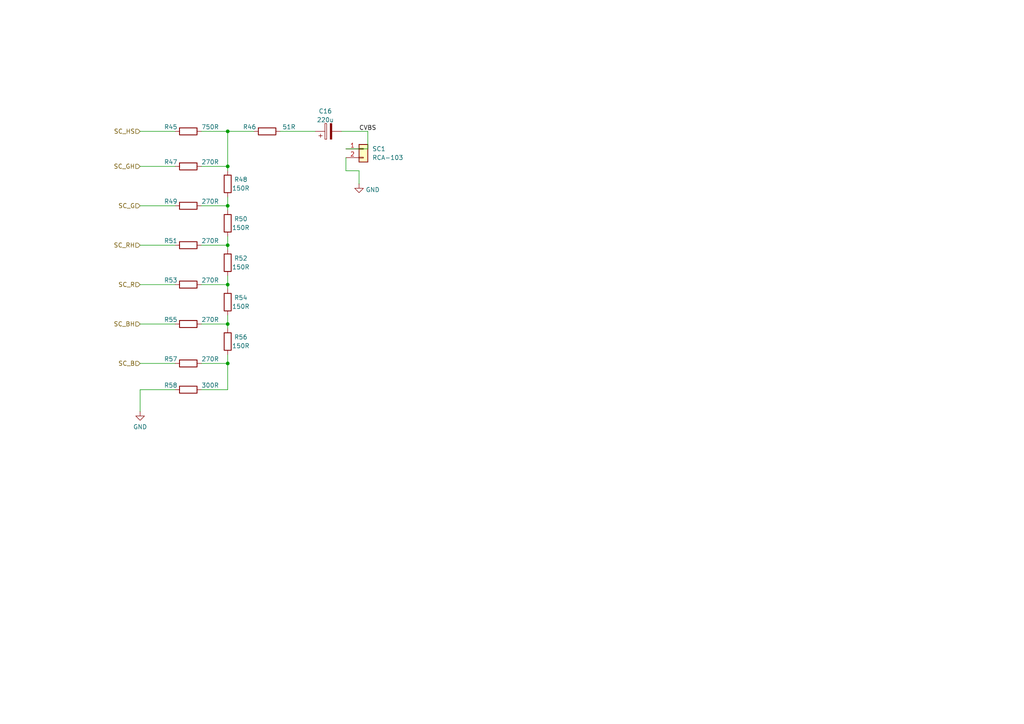
<source format=kicad_sch>
(kicad_sch (version 20250114) (generator "eeschema") (generator_version "9.0")
  (paper "A4")
  (title_block (title "FRANK M1") (date "2025-03-03") (rev "1.14") (company "Mikhail Matveev") (comment 1 "https://github.com/xtremespb/frank"))
  (lib_symbols
    (symbol "Connector_Generic:Conn_01x02" (pin_names (offset 1.016) (hide yes))
      (property "Reference" "J" (at 0 2.54 0))
      (property "Value" "Conn_01x02" (at 0 -5.08 0))
      (symbol "Conn_01x02_1_1"
        (rectangle (start -1.27 1.27) (end 1.27 -3.81) (stroke (width 0.254)) (fill (type background)))
        (rectangle (start -1.27 0.127) (end 0 -0.127) (stroke (width 0.1524)))
        (rectangle (start -1.27 -2.413) (end 0 -2.667) (stroke (width 0.1524)))
        (pin passive line (at -5.08 0 0) (length 3.81) (name "Pin_1") (number "1"))
        (pin passive line (at -5.08 -2.54 0) (length 3.81) (name "Pin_2") (number "2"))
      )
    )
    (symbol "Device:C_Polarized" (pin_numbers (hide yes)) (pin_names (offset 0.254))
      (property "Reference" "C" (at 0.635 2.54 0))
      (property "Value" "C_Polarized" (at 0.635 -2.54 0))
      (symbol "C_Polarized_0_1"
        (rectangle (start -2.286 0.508) (end 2.286 1.016))
        (polyline (pts (xy -1.778 2.286) (xy -0.762 2.286)))
        (polyline (pts (xy -1.27 2.794) (xy -1.27 1.778)))
        (rectangle (start 2.286 -0.508) (end -2.286 -1.016) (fill (type outline)))
      )
      (symbol "C_Polarized_1_1"
        (pin passive line (at 0 3.81 270) (length 2.794) (name "~") (number "1"))
        (pin passive line (at 0 -3.81 90) (length 2.794) (name "~") (number "2"))
      )
    )
    (symbol "Device:R" (pin_numbers (hide yes)) (pin_names (offset 0))
      (property "Reference" "R" (at 2.032 0 90))
      (property "Value" "R" (at 0 0 90))
      (symbol "R_0_1"
        (rectangle (start -1.016 -2.54) (end 1.016 2.54) (stroke (width 0.254)))
      )
      (symbol "R_1_1"
        (pin passive line (at 0 3.81 270) (length 1.27) (name "~") (number "1"))
        (pin passive line (at 0 -3.81 90) (length 1.27) (name "~") (number "2"))
      )
    )
    (symbol "GND_1" (power) (pin_numbers (hide yes)) (pin_names (offset 0) (hide yes))
      (property "Value" "GND" (at 0 -3.81 0))
      (symbol "GND_1_0_1"
        (polyline (pts (xy 0 0) (xy 0 -1.27) (xy 1.27 -1.27) (xy 0 -2.54) (xy -1.27 -1.27) (xy 0 -1.27)))
      )
      (symbol "GND_1_1_1"
        (pin power_in line (at 0 0 270) (length 0) (name "~") (number "1"))
      )
    )
    (symbol "power:GND" (power) (pin_numbers (hide yes)) (pin_names (offset 0) (hide yes))
      (property "Value" "GND" (at 0 -3.81 0))
      (symbol "GND_0_1"
        (polyline (pts (xy 0 0) (xy 0 -1.27) (xy 1.27 -1.27) (xy 0 -2.54) (xy -1.27 -1.27) (xy 0 -1.27)))
      )
      (symbol "GND_1_1"
        (pin power_in line (at 0 0 270) (length 0) (name "~") (number "1"))
      )
    )
  )
  (junction (at 66.04 93.98))
  (junction (at 66.04 59.69))
  (junction (at 66.04 71.12))
  (junction (at 66.04 105.41))
  (junction (at 66.04 38.1))
  (junction (at 66.04 82.55))
  (junction (at 66.04 48.26))
  (wire (pts (xy 66.04 57.15) (xy 66.04 59.69)))
  (wire (pts (xy 66.04 91.44) (xy 66.04 93.98)))
  (wire (pts (xy 58.42 59.69) (xy 66.04 59.69)))
  (wire (pts (xy 58.42 93.98) (xy 66.04 93.98)))
  (wire (pts (xy 66.04 48.26) (xy 66.04 49.53)))
  (wire (pts (xy 58.42 82.55) (xy 66.04 82.55)))
  (wire (pts (xy 58.42 48.26) (xy 66.04 48.26)))
  (wire (pts (xy 100.33 49.53) (xy 104.14 49.53)))
  (wire (pts (xy 50.8 113.03) (xy 40.64 113.03)))
  (wire (pts (xy 40.64 93.98) (xy 50.8 93.98)))
  (wire (pts (xy 100.33 49.53) (xy 100.33 45.72)))
  (wire (pts (xy 66.04 59.69) (xy 66.04 60.96)))
  (wire (pts (xy 104.14 49.53) (xy 104.14 53.34)))
  (wire (pts (xy 106.68 38.1) (xy 99.06 38.1)))
  (wire (pts (xy 106.68 43.18) (xy 100.33 43.18)))
  (wire (pts (xy 40.64 105.41) (xy 50.8 105.41)))
  (wire (pts (xy 66.04 105.41) (xy 66.04 113.03)))
  (wire (pts (xy 66.04 102.87) (xy 66.04 105.41)))
  (wire (pts (xy 58.42 38.1) (xy 66.04 38.1)))
  (wire (pts (xy 66.04 68.58) (xy 66.04 71.12)))
  (wire (pts (xy 40.64 71.12) (xy 50.8 71.12)))
  (wire (pts (xy 40.64 113.03) (xy 40.64 119.38)))
  (wire (pts (xy 66.04 38.1) (xy 73.66 38.1)))
  (wire (pts (xy 40.64 82.55) (xy 50.8 82.55)))
  (wire (pts (xy 40.64 48.26) (xy 50.8 48.26)))
  (wire (pts (xy 66.04 113.03) (xy 58.42 113.03)))
  (wire (pts (xy 66.04 71.12) (xy 66.04 72.39)))
  (wire (pts (xy 106.68 43.18) (xy 106.68 38.1)))
  (wire (pts (xy 66.04 80.01) (xy 66.04 82.55)))
  (wire (pts (xy 81.28 38.1) (xy 91.44 38.1)))
  (wire (pts (xy 66.04 93.98) (xy 66.04 95.25)))
  (wire (pts (xy 66.04 38.1) (xy 66.04 48.26)))
  (wire (pts (xy 58.42 71.12) (xy 66.04 71.12)))
  (wire (pts (xy 58.42 105.41) (xy 66.04 105.41)))
  (wire (pts (xy 40.64 38.1) (xy 50.8 38.1)))
  (wire (pts (xy 40.64 59.69) (xy 50.8 59.69)))
  (wire (pts (xy 66.04 82.55) (xy 66.04 83.82)))
  (label "CVBS" (at 104.14 38.1 0))
  (hierarchical_label "SC_R" (shape input) (at 40.64 82.55 180))
  (hierarchical_label "SC_RH" (shape input) (at 40.64 71.12 180))
  (hierarchical_label "SC_GH" (shape input) (at 40.64 48.26 180))
  (hierarchical_label "SC_G" (shape input) (at 40.64 59.69 180))
  (hierarchical_label "SC_B" (shape input) (at 40.64 105.41 180))
  (hierarchical_label "SC_BH" (shape input) (at 40.64 93.98 180))
  (hierarchical_label "SC_HS" (shape input) (at 40.64 38.1 180))
  (symbol (lib_id "Device:R") (at 66.04 99.06 180) (unit 1)
    (property "Reference" "R56" (at 69.85 97.79 0))
    (property "Value" "150R" (at 69.85 100.33 0))
    (property "Footprint" "FRANK:Resistor (0805)" (effects (hide yes)))
    (property "Datasheet" "https://www.vishay.com/docs/28952/mcs0402at-mct0603at-mcu0805at-mca1206at.pdf" (effects (hide yes)))
    (property "AliExpress" "https://www.aliexpress.com/item/1005005945735199.html" (effects (hide yes)))
  )
  (symbol (lib_id "Device:R") (at 54.61 93.98 90) (unit 1)
    (property "Reference" "R55" (at 49.53 92.71 90))
    (property "Value" "270R" (at 60.96 92.71 90))
    (property "Footprint" "FRANK:Resistor (0805)" (effects (hide yes)))
    (property "Datasheet" "https://www.vishay.com/docs/28952/mcs0402at-mct0603at-mcu0805at-mca1206at.pdf" (effects (hide yes)))
    (property "AliExpress" "https://www.aliexpress.com/item/1005005945735199.html" (effects (hide yes)))
  )
  (symbol (lib_name "GND_1") (lib_id "power:GND") (at 104.14 53.34 0) (unit 1)
    (property "Reference" "#PWR075" (effects (hide yes)))
    (property "Value" "GND" (at 106.045 55.0438 0) (effects (justify left)))
    (property "Description" "Power symbol creates a global label with name \"GND\" , ground" (effects (hide yes)))
  )
  (symbol (lib_id "Device:R") (at 54.61 71.12 90) (unit 1)
    (property "Reference" "R51" (at 49.53 69.85 90))
    (property "Value" "270R" (at 60.96 69.85 90))
    (property "Footprint" "FRANK:Resistor (0805)" (effects (hide yes)))
    (property "Datasheet" "https://www.vishay.com/docs/28952/mcs0402at-mct0603at-mcu0805at-mca1206at.pdf" (effects (hide yes)))
    (property "AliExpress" "https://www.aliexpress.com/item/1005005945735199.html" (effects (hide yes)))
  )
  (symbol (lib_id "Device:R") (at 54.61 48.26 90) (unit 1)
    (property "Reference" "R47" (at 49.53 46.99 90))
    (property "Value" "270R" (at 60.96 46.99 90))
    (property "Footprint" "FRANK:Resistor (0805)" (effects (hide yes)))
    (property "Datasheet" "https://www.vishay.com/docs/28952/mcs0402at-mct0603at-mcu0805at-mca1206at.pdf" (effects (hide yes)))
    (property "AliExpress" "https://www.aliexpress.com/item/1005005945735199.html" (effects (hide yes)))
  )
  (symbol (lib_id "Device:R") (at 54.61 38.1 90) (unit 1)
    (property "Reference" "R45" (at 49.53 36.83 90))
    (property "Value" "750R" (at 60.96 36.83 90))
    (property "Footprint" "FRANK:Resistor (0805)" (effects (hide yes)))
    (property "Datasheet" "https://www.vishay.com/docs/28952/mcs0402at-mct0603at-mcu0805at-mca1206at.pdf" (effects (hide yes)))
    (property "AliExpress" "https://www.aliexpress.com/item/1005005945735199.html" (effects (hide yes)))
  )
  (symbol (lib_id "Device:R") (at 66.04 76.2 180) (unit 1)
    (property "Reference" "R52" (at 69.85 74.93 0))
    (property "Value" "150R" (at 69.85 77.47 0))
    (property "Footprint" "FRANK:Resistor (0805)" (effects (hide yes)))
    (property "Datasheet" "https://www.vishay.com/docs/28952/mcs0402at-mct0603at-mcu0805at-mca1206at.pdf" (effects (hide yes)))
    (property "AliExpress" "https://www.aliexpress.com/item/1005005945735199.html" (effects (hide yes)))
  )
  (symbol (lib_id "Device:R") (at 54.61 113.03 90) (unit 1)
    (property "Reference" "R58" (at 49.53 111.76 90))
    (property "Value" "300R" (at 60.96 111.76 90))
    (property "Footprint" "FRANK:Resistor (0805)" (effects (hide yes)))
    (property "Datasheet" "https://www.vishay.com/docs/28952/mcs0402at-mct0603at-mcu0805at-mca1206at.pdf" (effects (hide yes)))
    (property "AliExpress" "https://www.aliexpress.com/item/1005005945735199.html" (effects (hide yes)))
  )
  (symbol (lib_id "Device:C_Polarized") (at 95.25 38.1 90) (unit 1)
    (property "Reference" "C16" (at 94.361 32.2412 90))
    (property "Value" "220u" (at 94.361 34.7781 90))
    (property "Footprint" "FRANK:Capacitor (3528, tantalum, polar)" (effects (hide yes)))
    (property "Datasheet" "https://eu.mouser.com/datasheet/2/447/KEM_T2005_T491-3316937.pdf" (effects (hide yes)))
    (property "AliExpress" "https://www.aliexpress.com/item/1005006870280809.html" (effects (hide yes)))
  )
  (symbol (lib_id "Device:R") (at 54.61 59.69 90) (unit 1)
    (property "Reference" "R49" (at 49.53 58.42 90))
    (property "Value" "270R" (at 60.96 58.42 90))
    (property "Footprint" "FRANK:Resistor (0805)" (effects (hide yes)))
    (property "Datasheet" "https://www.vishay.com/docs/28952/mcs0402at-mct0603at-mcu0805at-mca1206at.pdf" (effects (hide yes)))
    (property "AliExpress" "https://www.aliexpress.com/item/1005005945735199.html" (effects (hide yes)))
  )
  (symbol (lib_id "Device:R") (at 77.47 38.1 90) (unit 1)
    (property "Reference" "R46" (at 72.39 36.83 90))
    (property "Value" "51R" (at 83.82 36.83 90))
    (property "Footprint" "FRANK:Resistor (0805)" (effects (hide yes)))
    (property "Datasheet" "https://www.vishay.com/docs/28952/mcs0402at-mct0603at-mcu0805at-mca1206at.pdf" (effects (hide yes)))
    (property "AliExpress" "https://www.aliexpress.com/item/1005005945735199.html" (effects (hide yes)))
  )
  (symbol (lib_id "Device:R") (at 54.61 82.55 90) (unit 1)
    (property "Reference" "R53" (at 49.53 81.28 90))
    (property "Value" "270R" (at 60.96 81.28 90))
    (property "Footprint" "FRANK:Resistor (0805)" (effects (hide yes)))
    (property "Datasheet" "https://www.vishay.com/docs/28952/mcs0402at-mct0603at-mcu0805at-mca1206at.pdf" (effects (hide yes)))
    (property "AliExpress" "https://www.aliexpress.com/item/1005005945735199.html" (effects (hide yes)))
  )
  (symbol (lib_id "Device:R") (at 66.04 87.63 180) (unit 1)
    (property "Reference" "R54" (at 69.85 86.36 0))
    (property "Value" "150R" (at 69.85 88.9 0))
    (property "Footprint" "FRANK:Resistor (0805)" (effects (hide yes)))
    (property "Datasheet" "https://www.vishay.com/docs/28952/mcs0402at-mct0603at-mcu0805at-mca1206at.pdf" (effects (hide yes)))
    (property "AliExpress" "https://www.aliexpress.com/item/1005005945735199.html" (effects (hide yes)))
  )
  (symbol (lib_id "Device:R") (at 54.61 105.41 90) (unit 1)
    (property "Reference" "R57" (at 49.53 104.14 90))
    (property "Value" "270R" (at 60.96 104.14 90))
    (property "Footprint" "FRANK:Resistor (0805)" (effects (hide yes)))
    (property "Datasheet" "https://www.vishay.com/docs/28952/mcs0402at-mct0603at-mcu0805at-mca1206at.pdf" (effects (hide yes)))
    (property "AliExpress" "https://www.aliexpress.com/item/1005005945735199.html" (effects (hide yes)))
  )
  (symbol (lib_id "Connector_Generic:Conn_01x02") (at 105.41 43.18 0) (unit 1)
    (property "Reference" "SC1" (at 107.95 43.1799 0) (effects (justify left)))
    (property "Value" "RCA-103" (at 107.95 45.7199 0) (effects (justify left)))
    (property "Footprint" "FRANK:RCA" (effects (hide yes)))
    (property "Datasheet" "http://www.kosmodrom.com.ua/pdf/RCA-103.pdf" (effects (hide yes)))
    (property "AliExpress" "https://www.aliexpress.com/item/1005006152724809.html" (effects (hide yes)))
  )
  (symbol (lib_id "Device:R") (at 66.04 53.34 180) (unit 1)
    (property "Reference" "R48" (at 69.85 52.07 0))
    (property "Value" "150R" (at 69.85 54.61 0))
    (property "Footprint" "FRANK:Resistor (0805)" (effects (hide yes)))
    (property "Datasheet" "https://www.vishay.com/docs/28952/mcs0402at-mct0603at-mcu0805at-mca1206at.pdf" (effects (hide yes)))
    (property "AliExpress" "https://www.aliexpress.com/item/1005005945735199.html" (effects (hide yes)))
  )
  (symbol (lib_id "Device:R") (at 66.04 64.77 180) (unit 1)
    (property "Reference" "R50" (at 69.85 63.5 0))
    (property "Value" "150R" (at 69.85 66.04 0))
    (property "Footprint" "FRANK:Resistor (0805)" (effects (hide yes)))
    (property "Datasheet" "https://www.vishay.com/docs/28952/mcs0402at-mct0603at-mcu0805at-mca1206at.pdf" (effects (hide yes)))
    (property "AliExpress" "https://www.aliexpress.com/item/1005005945735199.html" (effects (hide yes)))
  )
  (symbol (lib_id "power:GND") (at 40.64 119.38 0) (unit 1)
    (property "Reference" "#PWR076" (effects (hide yes)))
    (property "Value" "GND" (at 40.64 123.8234 0))
    (property "Description" "Power symbol creates a global label with name \"GND\" , ground" (effects (hide yes)))
  )
)
</source>
